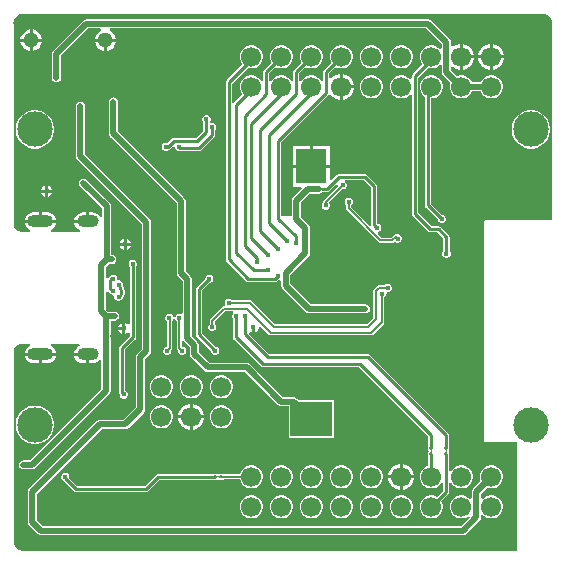
<source format=gbr>
%TF.GenerationSoftware,Altium Limited,Altium Designer Develop,26.0.0 (27)*%
G04 Layer_Physical_Order=4*
G04 Layer_Color=16711680*
%FSLAX45Y45*%
%MOMM*%
%TF.SameCoordinates,D5E2BA32-6F81-40A5-AA13-F30F529DFF44*%
%TF.FilePolarity,Positive*%
%TF.FileFunction,Copper,L4,Bot,Signal*%
%TF.Part,Single*%
G01*
G75*
%TA.AperFunction,Conductor*%
%ADD10C,0.25400*%
%TA.AperFunction,SMDPad,CuDef*%
G04:AMPARAMS|DCode=35|XSize=0.254mm|YSize=0.3556mm|CornerRadius=0.0635mm|HoleSize=0mm|Usage=FLASHONLY|Rotation=270.000|XOffset=0mm|YOffset=0mm|HoleType=Round|Shape=RoundedRectangle|*
%AMROUNDEDRECTD35*
21,1,0.25400,0.22860,0,0,270.0*
21,1,0.12700,0.35560,0,0,270.0*
1,1,0.12700,-0.11430,-0.06350*
1,1,0.12700,-0.11430,0.06350*
1,1,0.12700,0.11430,0.06350*
1,1,0.12700,0.11430,-0.06350*
%
%ADD35ROUNDEDRECTD35*%
G04:AMPARAMS|DCode=39|XSize=0.254mm|YSize=0.3556mm|CornerRadius=0.0635mm|HoleSize=0mm|Usage=FLASHONLY|Rotation=180.000|XOffset=0mm|YOffset=0mm|HoleType=Round|Shape=RoundedRectangle|*
%AMROUNDEDRECTD39*
21,1,0.25400,0.22860,0,0,180.0*
21,1,0.12700,0.35560,0,0,180.0*
1,1,0.12700,-0.06350,0.11430*
1,1,0.12700,0.06350,0.11430*
1,1,0.12700,0.06350,-0.11430*
1,1,0.12700,-0.06350,-0.11430*
%
%ADD39ROUNDEDRECTD39*%
%TA.AperFunction,Conductor*%
%ADD45C,0.17780*%
%ADD47C,0.50800*%
%ADD50C,0.26721*%
%TA.AperFunction,ComponentPad*%
%ADD52C,3.00000*%
%ADD53C,1.70000*%
%ADD54C,0.45000*%
%ADD55C,1.30000*%
G04:AMPARAMS|DCode=56|XSize=1mm|YSize=1.8mm|CornerRadius=0.5mm|HoleSize=0mm|Usage=FLASHONLY|Rotation=270.000|XOffset=0mm|YOffset=0mm|HoleType=Round|Shape=RoundedRectangle|*
%AMROUNDEDRECTD56*
21,1,1.00000,0.80000,0,0,270.0*
21,1,0.00000,1.80000,0,0,270.0*
1,1,1.00000,-0.40000,0.00000*
1,1,1.00000,-0.40000,0.00000*
1,1,1.00000,0.40000,0.00000*
1,1,1.00000,0.40000,0.00000*
%
%ADD56ROUNDEDRECTD56*%
G04:AMPARAMS|DCode=57|XSize=1mm|YSize=2.2mm|CornerRadius=0.5mm|HoleSize=0mm|Usage=FLASHONLY|Rotation=270.000|XOffset=0mm|YOffset=0mm|HoleType=Round|Shape=RoundedRectangle|*
%AMROUNDEDRECTD57*
21,1,1.00000,1.20000,0,0,270.0*
21,1,0.00000,2.20000,0,0,270.0*
1,1,1.00000,-0.60000,0.00000*
1,1,1.00000,-0.60000,0.00000*
1,1,1.00000,0.60000,0.00000*
1,1,1.00000,0.60000,0.00000*
%
%ADD57ROUNDEDRECTD57*%
%TA.AperFunction,ViaPad*%
%ADD58C,0.45000*%
%ADD59C,0.50000*%
%TA.AperFunction,SMDPad,CuDef*%
%ADD61R,2.60000X3.00000*%
%ADD62R,3.60000X3.00000*%
G36*
X4500000Y4480897D02*
X4507968D01*
X4523596Y4477788D01*
X4538319Y4471690D01*
X4551568Y4462837D01*
X4562837Y4451568D01*
X4571690Y4438320D01*
X4577788Y4423595D01*
X4580897Y4407968D01*
X4580897Y4400000D01*
X4580895Y2731546D01*
X4013200D01*
X4003480Y2727520D01*
X3999454Y2717800D01*
Y1612900D01*
X4000143Y1611235D01*
Y863600D01*
X4004170Y853880D01*
X4013890Y849854D01*
X4278854D01*
Y-65298D01*
X100000Y-65297D01*
X92108D01*
X76622Y-62247D01*
X62018Y-56260D01*
X48844Y-47564D01*
X37601Y-36487D01*
X28711Y-23444D01*
X22509Y-8931D01*
X19229Y6509D01*
X19114Y14247D01*
X19103Y1615079D01*
X19102Y1621739D01*
X21701Y1634801D01*
X26799Y1647109D01*
X34198Y1658183D01*
X38907Y1662893D01*
X38908Y1662893D01*
X43616Y1667601D01*
X54692Y1675001D01*
X66997Y1680099D01*
X80061Y1682697D01*
X86721Y1682697D01*
X156072D01*
X159103Y1667457D01*
X148975Y1663262D01*
X133224Y1651176D01*
X121138Y1635425D01*
X113541Y1617084D01*
X112621Y1610100D01*
X247000D01*
X381379D01*
X380459Y1617084D01*
X372862Y1635425D01*
X360776Y1651176D01*
X345025Y1663262D01*
X334897Y1667457D01*
X337928Y1682697D01*
X576072D01*
X579103Y1667457D01*
X568975Y1663262D01*
X553224Y1651176D01*
X541138Y1635425D01*
X533541Y1617084D01*
X532621Y1610100D01*
X647000D01*
Y1597400D01*
X659700D01*
Y1521350D01*
X687000D01*
X706683Y1523941D01*
X725025Y1531538D01*
X740776Y1543624D01*
X747714Y1552666D01*
X762954Y1547492D01*
Y1300491D01*
X161709Y699247D01*
X101600D01*
X86734Y696289D01*
X74131Y687869D01*
X65711Y675266D01*
X62753Y660400D01*
X65711Y645534D01*
X74131Y632931D01*
X86734Y624511D01*
X101600Y621553D01*
X177800D01*
X192666Y624511D01*
X205269Y632931D01*
X829269Y1256931D01*
X837689Y1269534D01*
X840647Y1284400D01*
Y1862418D01*
Y1880554D01*
X874600D01*
X889466Y1883511D01*
X902069Y1891931D01*
X910489Y1904534D01*
X913446Y1919400D01*
X910489Y1934266D01*
X902069Y1946869D01*
X889466Y1955289D01*
X874600Y1958247D01*
X817891D01*
X800847Y1975291D01*
Y2125826D01*
X803542Y2127872D01*
X824185Y2124410D01*
X826563Y2120851D01*
X832776Y2116699D01*
X834306Y2113006D01*
X844208Y2103104D01*
X857145Y2097745D01*
X860396D01*
X872409Y2090929D01*
X873753Y2083665D01*
Y2076163D01*
X879112Y2063226D01*
X889014Y2053324D01*
X901951Y2047965D01*
X915954D01*
X928892Y2053324D01*
X938794Y2063226D01*
X940960Y2068455D01*
X944649Y2070920D01*
X955592Y2087298D01*
X959434Y2106616D01*
X958975D01*
Y2134280D01*
X959321D01*
X955910Y2160184D01*
X945947Y2184238D01*
Y2193246D01*
X940588Y2206183D01*
X930686Y2216085D01*
X917749Y2221444D01*
X912498D01*
X901912Y2226664D01*
X898800Y2235524D01*
Y2242202D01*
X893441Y2255139D01*
X883539Y2265041D01*
X870602Y2270400D01*
X856598D01*
X843661Y2265041D01*
X833759Y2255139D01*
X831833Y2250490D01*
X826410Y2246866D01*
X824190Y2243544D01*
X803605Y2240168D01*
X800847Y2242294D01*
Y2338428D01*
X823872Y2361453D01*
X850900D01*
X865766Y2364411D01*
X878369Y2372831D01*
X886789Y2385434D01*
X889747Y2400300D01*
X886789Y2415166D01*
X878369Y2427769D01*
X865766Y2436189D01*
X850900Y2439147D01*
X846628D01*
Y2849819D01*
X843671Y2864685D01*
X835250Y2877287D01*
X637069Y3075469D01*
X624466Y3083889D01*
X609600Y3086847D01*
X594734Y3083889D01*
X582131Y3075469D01*
X573711Y3062866D01*
X570753Y3048000D01*
X573711Y3033134D01*
X582131Y3020531D01*
X768935Y2833728D01*
Y2760446D01*
X753695Y2757414D01*
X752862Y2759425D01*
X740776Y2775176D01*
X725025Y2787262D01*
X706683Y2794859D01*
X687000Y2797451D01*
X659700D01*
Y2721400D01*
X647000D01*
Y2708700D01*
X532621D01*
X533541Y2701716D01*
X541138Y2683375D01*
X553224Y2667624D01*
X568975Y2655538D01*
X581041Y2650540D01*
X578010Y2635300D01*
X335991D01*
X332959Y2650540D01*
X345025Y2655538D01*
X360776Y2667624D01*
X372862Y2683375D01*
X380459Y2701716D01*
X381379Y2708699D01*
X247000D01*
X112621D01*
X113541Y2701716D01*
X121138Y2683375D01*
X133224Y2667624D01*
X148975Y2655538D01*
X161041Y2650540D01*
X158009Y2635300D01*
X80066D01*
X67001Y2637899D01*
X54694Y2642996D01*
X43616Y2650398D01*
X38907Y2655107D01*
X34426Y2659589D01*
X27283Y2670063D01*
X22212Y2681683D01*
X19376Y2694094D01*
X19103Y2700441D01*
X19102Y4389966D01*
X19007Y4390446D01*
X19079Y4390931D01*
X18679Y4399391D01*
X21194Y4416144D01*
X26928Y4432086D01*
X35661Y4446601D01*
X47059Y4459136D01*
X60682Y4469205D01*
X76007Y4476425D01*
X92447Y4480516D01*
X100482Y4480897D01*
X4500000Y4480897D01*
D02*
G37*
%LPC*%
G36*
X180301Y4346586D02*
Y4269100D01*
X257786D01*
X251839Y4291293D01*
X239938Y4311907D01*
X223107Y4328738D01*
X202493Y4340639D01*
X180301Y4346586D01*
D02*
G37*
G36*
X154901Y4346586D02*
X132707Y4340639D01*
X112093Y4328738D01*
X95262Y4311907D01*
X83361Y4291293D01*
X77414Y4269100D01*
X154901D01*
Y4346586D01*
D02*
G37*
G36*
X3530600Y4433047D02*
X635000D01*
X620134Y4430089D01*
X607531Y4421669D01*
X353531Y4167669D01*
X345111Y4155066D01*
X342153Y4140200D01*
Y3937000D01*
X345111Y3922134D01*
X353531Y3909531D01*
X366134Y3901111D01*
X381000Y3898153D01*
X395866Y3901111D01*
X408469Y3909531D01*
X416889Y3922134D01*
X419847Y3937000D01*
Y4124109D01*
X651091Y4355353D01*
X755261D01*
X762253Y4341563D01*
X761796Y4340113D01*
X742093Y4328738D01*
X725262Y4311907D01*
X713361Y4291293D01*
X707414Y4269100D01*
X797599D01*
X887786D01*
X881839Y4291293D01*
X869938Y4311907D01*
X853107Y4328738D01*
X833404Y4340113D01*
X832947Y4341563D01*
X839939Y4355353D01*
X3514509D01*
X3644153Y4225709D01*
Y4186368D01*
X3628913Y4180055D01*
X3615989Y4192979D01*
X3593711Y4205842D01*
X3568862Y4212500D01*
X3543138D01*
X3518289Y4205842D01*
X3496011Y4192979D01*
X3477821Y4174789D01*
X3464958Y4152511D01*
X3458300Y4127662D01*
Y4101938D01*
X3464958Y4077089D01*
X3477821Y4054811D01*
X3481303Y4051328D01*
X3397988Y3968012D01*
X3392374Y3959611D01*
X3390402Y3949700D01*
Y3932119D01*
X3375162Y3925806D01*
X3361989Y3938979D01*
X3339711Y3951842D01*
X3314862Y3958500D01*
X3289138D01*
X3264289Y3951842D01*
X3242011Y3938979D01*
X3223821Y3920789D01*
X3210958Y3898511D01*
X3204300Y3873662D01*
Y3847938D01*
X3210958Y3823089D01*
X3223821Y3800811D01*
X3242011Y3782621D01*
X3264289Y3769758D01*
X3289138Y3763100D01*
X3314862D01*
X3339711Y3769758D01*
X3361989Y3782621D01*
X3375162Y3795794D01*
X3390402Y3789481D01*
Y2983159D01*
Y2786562D01*
X3392374Y2776651D01*
X3397988Y2768249D01*
X3530249Y2635988D01*
X3538651Y2630374D01*
X3548562Y2628402D01*
X3606801D01*
X3658921Y2576282D01*
Y2471528D01*
X3654978Y2467585D01*
X3649619Y2454648D01*
Y2440644D01*
X3654978Y2427707D01*
X3664880Y2417805D01*
X3677817Y2412446D01*
X3691820D01*
X3704758Y2417805D01*
X3714660Y2427707D01*
X3720018Y2440644D01*
Y2454648D01*
X3714660Y2467585D01*
X3710716Y2471528D01*
Y2587009D01*
X3708745Y2596920D01*
X3703131Y2605322D01*
X3635840Y2672612D01*
X3627439Y2678226D01*
X3617528Y2680198D01*
X3559289D01*
X3442198Y2797289D01*
Y2983159D01*
Y3938973D01*
X3525146Y4021921D01*
X3543138Y4017100D01*
X3568862D01*
X3593711Y4023758D01*
X3615989Y4036621D01*
X3628913Y4049545D01*
X3644153Y4043232D01*
Y3987800D01*
X3647111Y3972934D01*
X3655531Y3960331D01*
X3718619Y3897244D01*
X3712300Y3873662D01*
Y3847938D01*
X3718958Y3823089D01*
X3731821Y3800811D01*
X3750011Y3782621D01*
X3772289Y3769758D01*
X3797138Y3763100D01*
X3822862D01*
X3847711Y3769758D01*
X3869989Y3782621D01*
X3888179Y3800811D01*
X3900386Y3821953D01*
X3973614D01*
X3985821Y3800811D01*
X4004011Y3782621D01*
X4026289Y3769758D01*
X4051138Y3763100D01*
X4076862D01*
X4101711Y3769758D01*
X4123989Y3782621D01*
X4142179Y3800811D01*
X4155042Y3823089D01*
X4161700Y3847938D01*
Y3873662D01*
X4155042Y3898511D01*
X4142179Y3920789D01*
X4123989Y3938979D01*
X4101711Y3951842D01*
X4076862Y3958500D01*
X4051138D01*
X4026289Y3951842D01*
X4004011Y3938979D01*
X3985821Y3920789D01*
X3973614Y3899647D01*
X3900386D01*
X3888179Y3920789D01*
X3869989Y3938979D01*
X3847711Y3951842D01*
X3822862Y3958500D01*
X3797138D01*
X3773556Y3952181D01*
X3721847Y4003891D01*
Y4026912D01*
X3735926Y4032744D01*
X3742213Y4026458D01*
X3767387Y4011924D01*
X3795466Y4004400D01*
X3797300D01*
Y4114800D01*
Y4225200D01*
X3795466D01*
X3767387Y4217676D01*
X3742213Y4203142D01*
X3735926Y4196856D01*
X3721847Y4202688D01*
Y4241800D01*
X3718889Y4256666D01*
X3710469Y4269269D01*
X3558069Y4421669D01*
X3545466Y4430089D01*
X3530600Y4433047D01*
D02*
G37*
G36*
X257786Y4243700D02*
X180301D01*
Y4166214D01*
X202493Y4172161D01*
X223107Y4184062D01*
X239938Y4200893D01*
X251839Y4221507D01*
X257786Y4243700D01*
D02*
G37*
G36*
X784899D02*
X707414D01*
X713361Y4221507D01*
X725262Y4200893D01*
X742093Y4184062D01*
X762707Y4172161D01*
X784899Y4166214D01*
Y4243700D01*
D02*
G37*
G36*
X887786D02*
X810299D01*
Y4166214D01*
X832493Y4172161D01*
X853107Y4184062D01*
X869938Y4200893D01*
X881839Y4221507D01*
X887786Y4243700D01*
D02*
G37*
G36*
X154901D02*
X77414D01*
X83361Y4221507D01*
X95262Y4200893D01*
X112093Y4184062D01*
X132707Y4172161D01*
X154901Y4166214D01*
Y4243700D01*
D02*
G37*
G36*
X4078534Y4225200D02*
X4076700D01*
Y4127500D01*
X4174400D01*
Y4129334D01*
X4166876Y4157413D01*
X4152342Y4182587D01*
X4131787Y4203142D01*
X4106613Y4217676D01*
X4078534Y4225200D01*
D02*
G37*
G36*
X3824534D02*
X3822700D01*
Y4127500D01*
X3920400D01*
Y4129334D01*
X3912876Y4157413D01*
X3898342Y4182587D01*
X3877787Y4203142D01*
X3852613Y4217676D01*
X3824534Y4225200D01*
D02*
G37*
G36*
X4051300D02*
X4049466D01*
X4021387Y4217676D01*
X3996213Y4203142D01*
X3975658Y4182587D01*
X3961124Y4157413D01*
X3953600Y4129334D01*
Y4127500D01*
X4051300D01*
Y4225200D01*
D02*
G37*
G36*
X3314862Y4212500D02*
X3289138D01*
X3264289Y4205842D01*
X3242011Y4192979D01*
X3223821Y4174789D01*
X3210958Y4152511D01*
X3204300Y4127662D01*
Y4101938D01*
X3210958Y4077089D01*
X3223821Y4054811D01*
X3242011Y4036621D01*
X3264289Y4023758D01*
X3289138Y4017100D01*
X3314862D01*
X3339711Y4023758D01*
X3361989Y4036621D01*
X3380179Y4054811D01*
X3393042Y4077089D01*
X3399700Y4101938D01*
Y4127662D01*
X3393042Y4152511D01*
X3380179Y4174789D01*
X3361989Y4192979D01*
X3339711Y4205842D01*
X3314862Y4212500D01*
D02*
G37*
G36*
X3060862D02*
X3035138D01*
X3010289Y4205842D01*
X2988011Y4192979D01*
X2969821Y4174789D01*
X2956958Y4152511D01*
X2950300Y4127662D01*
Y4101938D01*
X2956958Y4077089D01*
X2969821Y4054811D01*
X2988011Y4036621D01*
X3010289Y4023758D01*
X3035138Y4017100D01*
X3060862D01*
X3085711Y4023758D01*
X3107989Y4036621D01*
X3126179Y4054811D01*
X3139042Y4077089D01*
X3145700Y4101938D01*
Y4127662D01*
X3139042Y4152511D01*
X3126179Y4174789D01*
X3107989Y4192979D01*
X3085711Y4205842D01*
X3060862Y4212500D01*
D02*
G37*
G36*
X2806862D02*
X2781138D01*
X2756289Y4205842D01*
X2734011Y4192979D01*
X2715821Y4174789D01*
X2702958Y4152511D01*
X2696300Y4127662D01*
Y4101938D01*
X2702958Y4077089D01*
X2709073Y4066498D01*
X2648688Y4006112D01*
X2643074Y3997711D01*
X2641102Y3987800D01*
Y3911565D01*
X2625862Y3907482D01*
X2618179Y3920789D01*
X2599989Y3938979D01*
X2577711Y3951842D01*
X2552862Y3958500D01*
X2527138D01*
X2502289Y3951842D01*
X2480011Y3938979D01*
X2461821Y3920789D01*
X2454138Y3907482D01*
X2438898Y3911565D01*
Y3977073D01*
X2491698Y4029873D01*
X2502289Y4023758D01*
X2527138Y4017100D01*
X2552862D01*
X2577711Y4023758D01*
X2599989Y4036621D01*
X2618179Y4054811D01*
X2631042Y4077089D01*
X2637700Y4101938D01*
Y4127662D01*
X2631042Y4152511D01*
X2618179Y4174789D01*
X2599989Y4192979D01*
X2577711Y4205842D01*
X2552862Y4212500D01*
X2527138D01*
X2502289Y4205842D01*
X2480011Y4192979D01*
X2461821Y4174789D01*
X2448958Y4152511D01*
X2442300Y4127662D01*
Y4101938D01*
X2448958Y4077089D01*
X2455073Y4066498D01*
X2394688Y4006112D01*
X2389074Y3997711D01*
X2387102Y3987800D01*
Y3911565D01*
X2371862Y3907482D01*
X2364179Y3920789D01*
X2345989Y3938979D01*
X2323711Y3951842D01*
X2298862Y3958500D01*
X2273138D01*
X2248289Y3951842D01*
X2226011Y3938979D01*
X2207821Y3920789D01*
X2200138Y3907482D01*
X2184898Y3911565D01*
Y3977073D01*
X2237698Y4029873D01*
X2248289Y4023758D01*
X2273138Y4017100D01*
X2298862D01*
X2323711Y4023758D01*
X2345989Y4036621D01*
X2364179Y4054811D01*
X2377042Y4077089D01*
X2383700Y4101938D01*
Y4127662D01*
X2377042Y4152511D01*
X2364179Y4174789D01*
X2345989Y4192979D01*
X2323711Y4205842D01*
X2298862Y4212500D01*
X2273138D01*
X2248289Y4205842D01*
X2226011Y4192979D01*
X2207821Y4174789D01*
X2194958Y4152511D01*
X2188300Y4127662D01*
Y4101938D01*
X2194958Y4077089D01*
X2201073Y4066498D01*
X2140688Y4006112D01*
X2135074Y3997711D01*
X2133102Y3987800D01*
Y3911565D01*
X2117862Y3907482D01*
X2110179Y3920789D01*
X2091989Y3938979D01*
X2069711Y3951842D01*
X2044862Y3958500D01*
X2019138D01*
X1994289Y3951842D01*
X1972011Y3938979D01*
X1953821Y3920789D01*
X1940958Y3898511D01*
X1934300Y3873662D01*
Y3847938D01*
X1940958Y3823089D01*
X1953821Y3800811D01*
X1957303Y3797328D01*
X1886688Y3726712D01*
X1882638Y3720651D01*
X1872500Y3721367D01*
X1867398Y3723186D01*
Y3888173D01*
X2001146Y4021921D01*
X2019138Y4017100D01*
X2044862D01*
X2069711Y4023758D01*
X2091989Y4036621D01*
X2110179Y4054811D01*
X2123042Y4077089D01*
X2129700Y4101938D01*
Y4127662D01*
X2123042Y4152511D01*
X2110179Y4174789D01*
X2091989Y4192979D01*
X2069711Y4205842D01*
X2044862Y4212500D01*
X2019138D01*
X1994289Y4205842D01*
X1972011Y4192979D01*
X1953821Y4174789D01*
X1940958Y4152511D01*
X1934300Y4127662D01*
Y4101938D01*
X1940958Y4077089D01*
X1953821Y4054811D01*
X1957303Y4051328D01*
X1823188Y3917212D01*
X1817574Y3908811D01*
X1815602Y3898900D01*
Y2400300D01*
X1817574Y2390389D01*
X1823188Y2381988D01*
X1988288Y2216888D01*
X1996689Y2211274D01*
X2006600Y2209302D01*
X2235200D01*
X2245111Y2211274D01*
X2253512Y2216888D01*
X2262025Y2225400D01*
X2267602D01*
X2270013Y2226399D01*
X2285253Y2216216D01*
Y2171700D01*
X2288211Y2156834D01*
X2296631Y2144231D01*
X2304983Y2138651D01*
X2489903Y1953731D01*
X2502505Y1945311D01*
X2517371Y1942353D01*
X2997200D01*
X3012066Y1945311D01*
X3024669Y1953731D01*
X3033089Y1966334D01*
X3036047Y1981200D01*
X3033089Y1996066D01*
X3024669Y2008669D01*
X3012066Y2017089D01*
X2997200Y2020047D01*
X2533462D01*
X2362947Y2190562D01*
Y2269909D01*
X2516669Y2423631D01*
X2525089Y2436234D01*
X2528047Y2451100D01*
Y2667000D01*
X2525089Y2681866D01*
X2516669Y2694469D01*
X2451847Y2759291D01*
Y2881860D01*
X2525400Y2955413D01*
X2607987D01*
X2622853Y2958371D01*
X2635455Y2966791D01*
X2636505Y2968362D01*
X2672063D01*
X2681973Y2970334D01*
X2690375Y2975948D01*
X2755485Y3041057D01*
X2769535Y3033555D01*
X2770052Y3022163D01*
X2647088Y2899199D01*
X2642317Y2892058D01*
X2640844Y2884655D01*
X2632813Y2876624D01*
X2627454Y2863687D01*
Y2849683D01*
X2632813Y2836746D01*
X2642715Y2826844D01*
X2655652Y2821485D01*
X2669656D01*
X2682593Y2826844D01*
X2692495Y2836746D01*
X2697854Y2849683D01*
Y2863687D01*
X2692495Y2876624D01*
X2689635Y2879484D01*
X2802631Y2992480D01*
X2813702D01*
X2826639Y2997839D01*
X2836541Y3007741D01*
X2841900Y3020678D01*
Y3034682D01*
X2836541Y3047619D01*
X2826639Y3057521D01*
X2826298Y3057662D01*
X2829329Y3072902D01*
X2986473D01*
X3047502Y3011873D01*
Y2693580D01*
X3044792Y2691260D01*
X3033164Y2686366D01*
X2878552Y2840978D01*
Y2859425D01*
X2886789Y2867662D01*
X2892148Y2880599D01*
Y2894603D01*
X2886789Y2907540D01*
X2876887Y2917442D01*
X2863950Y2922801D01*
X2849947D01*
X2837009Y2917442D01*
X2827107Y2907540D01*
X2821748Y2894603D01*
Y2880599D01*
X2827107Y2867662D01*
X2834526Y2860243D01*
Y2831860D01*
X2836202Y2823436D01*
X2840974Y2816294D01*
X3110333Y2546935D01*
X3117475Y2542163D01*
X3125899Y2540487D01*
X3224212D01*
X3232636Y2542163D01*
X3239778Y2546935D01*
X3245071Y2552229D01*
X3251581Y2545719D01*
X3264518Y2540360D01*
X3278522D01*
X3291459Y2545719D01*
X3301361Y2555621D01*
X3306720Y2568558D01*
Y2582562D01*
X3301361Y2595499D01*
X3291459Y2605401D01*
X3278522Y2610760D01*
X3266941D01*
X3263115Y2613316D01*
X3254691Y2614992D01*
X3246267Y2613316D01*
X3239126Y2608544D01*
X3215094Y2584513D01*
X3135017D01*
X3102970Y2616560D01*
X3104244Y2623415D01*
X3108263Y2632820D01*
X3118739Y2637159D01*
X3128641Y2647061D01*
X3134000Y2659998D01*
Y2674002D01*
X3128641Y2686939D01*
X3118739Y2696841D01*
X3105802Y2702200D01*
X3100225D01*
X3099298Y2703127D01*
Y3022600D01*
X3097326Y3032511D01*
X3091712Y3040912D01*
X3015512Y3117112D01*
X3007111Y3122726D01*
X2997200Y3124698D01*
X2776603D01*
X2766692Y3122726D01*
X2758290Y3117112D01*
X2709480Y3068302D01*
X2695400Y3074134D01*
Y3174100D01*
X2540000D01*
X2384600D01*
Y3011400D01*
X2451601D01*
X2457433Y2997320D01*
X2385531Y2925419D01*
X2377111Y2912816D01*
X2374153Y2897950D01*
Y2767674D01*
X2286498D01*
Y3392873D01*
X2685312Y3791688D01*
X2687197Y3794508D01*
X2703827Y3795287D01*
X2704487Y3795041D01*
X2705658Y3793013D01*
X2726213Y3772458D01*
X2751387Y3757924D01*
X2779466Y3750400D01*
X2781300D01*
Y3860800D01*
Y3971200D01*
X2779466D01*
X2751387Y3963676D01*
X2726213Y3949142D01*
X2708138Y3931067D01*
X2692898Y3934574D01*
Y3977073D01*
X2745698Y4029873D01*
X2756289Y4023758D01*
X2781138Y4017100D01*
X2806862D01*
X2831711Y4023758D01*
X2853989Y4036621D01*
X2872179Y4054811D01*
X2885042Y4077089D01*
X2891700Y4101938D01*
Y4127662D01*
X2885042Y4152511D01*
X2872179Y4174789D01*
X2853989Y4192979D01*
X2831711Y4205842D01*
X2806862Y4212500D01*
D02*
G37*
G36*
X4174400Y4102100D02*
X4076700D01*
Y4004400D01*
X4078534D01*
X4106613Y4011924D01*
X4131787Y4026458D01*
X4152342Y4047013D01*
X4166876Y4072187D01*
X4174400Y4100266D01*
Y4102100D01*
D02*
G37*
G36*
X4051300D02*
X3953600D01*
Y4100266D01*
X3961124Y4072187D01*
X3975658Y4047013D01*
X3996213Y4026458D01*
X4021387Y4011924D01*
X4049466Y4004400D01*
X4051300D01*
Y4102100D01*
D02*
G37*
G36*
X3920400D02*
X3822700D01*
Y4004400D01*
X3824534D01*
X3852613Y4011924D01*
X3877787Y4026458D01*
X3898342Y4047013D01*
X3912876Y4072187D01*
X3920400Y4100266D01*
Y4102100D01*
D02*
G37*
G36*
X2808534Y3971200D02*
X2806700D01*
Y3873500D01*
X2904400D01*
Y3875334D01*
X2896876Y3903413D01*
X2882342Y3928587D01*
X2861787Y3949142D01*
X2836613Y3963676D01*
X2808534Y3971200D01*
D02*
G37*
G36*
X3060862Y3958500D02*
X3035138D01*
X3010289Y3951842D01*
X2988011Y3938979D01*
X2969821Y3920789D01*
X2956958Y3898511D01*
X2950300Y3873662D01*
Y3847938D01*
X2956958Y3823089D01*
X2969821Y3800811D01*
X2988011Y3782621D01*
X3010289Y3769758D01*
X3035138Y3763100D01*
X3060862D01*
X3085711Y3769758D01*
X3107989Y3782621D01*
X3126179Y3800811D01*
X3139042Y3823089D01*
X3145700Y3847938D01*
Y3873662D01*
X3139042Y3898511D01*
X3126179Y3920789D01*
X3107989Y3938979D01*
X3085711Y3951842D01*
X3060862Y3958500D01*
D02*
G37*
G36*
X2904400Y3848100D02*
X2806700D01*
Y3750400D01*
X2808534D01*
X2836613Y3757924D01*
X2861787Y3772458D01*
X2882342Y3793013D01*
X2896876Y3818187D01*
X2904400Y3846266D01*
Y3848100D01*
D02*
G37*
G36*
X1658802Y3620429D02*
X1644798D01*
X1631861Y3615070D01*
X1621959Y3605168D01*
X1616600Y3592231D01*
Y3578228D01*
X1621959Y3565290D01*
X1625903Y3561347D01*
Y3488612D01*
X1563888Y3426598D01*
X1374004D01*
X1364093Y3424626D01*
X1355691Y3419012D01*
X1321874Y3385195D01*
X1315102Y3388000D01*
X1301098D01*
X1288161Y3382641D01*
X1278259Y3372739D01*
X1272900Y3359802D01*
Y3345798D01*
X1278259Y3332861D01*
X1288161Y3322959D01*
X1301098Y3317600D01*
X1315102D01*
X1328039Y3322959D01*
X1333442Y3328362D01*
X1336014Y3328874D01*
X1344416Y3334488D01*
X1373120Y3363192D01*
X1375072Y3362721D01*
X1387200Y3355719D01*
Y3345798D01*
X1392559Y3332861D01*
X1402461Y3322959D01*
X1415398Y3317600D01*
X1429402D01*
X1430331Y3317985D01*
X1589677D01*
X1599587Y3319956D01*
X1607989Y3325570D01*
X1719131Y3436712D01*
X1724745Y3445114D01*
X1726716Y3455024D01*
Y3495966D01*
X1730659Y3499910D01*
X1736018Y3512847D01*
Y3526850D01*
X1730659Y3539788D01*
X1720758Y3549690D01*
X1707820Y3555049D01*
X1693817D01*
X1692938Y3554685D01*
X1691459Y3555331D01*
X1684737Y3562150D01*
X1682246Y3566752D01*
X1687000Y3578228D01*
Y3592231D01*
X1681641Y3605168D01*
X1671739Y3615070D01*
X1658802Y3620429D01*
D02*
G37*
G36*
X4416025Y3662700D02*
X4383975D01*
X4352542Y3656448D01*
X4322933Y3644183D01*
X4296285Y3626377D01*
X4273623Y3603715D01*
X4255817Y3577068D01*
X4243553Y3547458D01*
X4237300Y3516025D01*
Y3483976D01*
X4243553Y3452542D01*
X4255817Y3422933D01*
X4273623Y3396285D01*
X4296285Y3373623D01*
X4322933Y3355817D01*
X4352542Y3343553D01*
X4383975Y3337300D01*
X4416025D01*
X4447458Y3343553D01*
X4477067Y3355817D01*
X4503715Y3373623D01*
X4526377Y3396285D01*
X4544183Y3422933D01*
X4556448Y3452542D01*
X4562700Y3483976D01*
Y3516025D01*
X4556448Y3547458D01*
X4544183Y3577068D01*
X4526377Y3603715D01*
X4503715Y3626377D01*
X4477067Y3644183D01*
X4447458Y3656448D01*
X4416025Y3662700D01*
D02*
G37*
G36*
X216025D02*
X183976D01*
X152542Y3656448D01*
X122933Y3644183D01*
X96285Y3626377D01*
X73623Y3603715D01*
X55817Y3577068D01*
X43553Y3547458D01*
X37300Y3516025D01*
Y3483976D01*
X43553Y3452542D01*
X55817Y3422933D01*
X73623Y3396285D01*
X96285Y3373623D01*
X122933Y3355817D01*
X152542Y3343553D01*
X183976Y3337300D01*
X216025D01*
X247458Y3343553D01*
X277068Y3355817D01*
X303715Y3373623D01*
X326377Y3396285D01*
X344183Y3422933D01*
X356448Y3452542D01*
X362700Y3483976D01*
Y3516025D01*
X356448Y3547458D01*
X344183Y3577068D01*
X326377Y3603715D01*
X303715Y3626377D01*
X277068Y3644183D01*
X247458Y3656448D01*
X216025Y3662700D01*
D02*
G37*
G36*
X2695400Y3362200D02*
X2552700D01*
Y3199500D01*
X2695400D01*
Y3362200D01*
D02*
G37*
G36*
X2527300D02*
X2384600D01*
Y3199500D01*
X2527300D01*
Y3362200D01*
D02*
G37*
G36*
X312420Y3023466D02*
Y2989580D01*
X346306D01*
X340327Y3004013D01*
X326853Y3017487D01*
X312420Y3023466D01*
D02*
G37*
G36*
X287020D02*
X272587Y3017487D01*
X259113Y3004013D01*
X253134Y2989580D01*
X287020D01*
Y3023466D01*
D02*
G37*
G36*
X346306Y2964180D02*
X312420D01*
Y2930294D01*
X326853Y2936273D01*
X340327Y2949747D01*
X346306Y2964180D01*
D02*
G37*
G36*
X287020D02*
X253134D01*
X259113Y2949747D01*
X272587Y2936273D01*
X287020Y2930294D01*
Y2964180D01*
D02*
G37*
G36*
X634300Y2797451D02*
X607000D01*
X587317Y2794859D01*
X568975Y2787262D01*
X553224Y2775176D01*
X541138Y2759425D01*
X533541Y2741083D01*
X532621Y2734100D01*
X634300D01*
Y2797451D01*
D02*
G37*
G36*
X307000D02*
X259700D01*
Y2734099D01*
X381379D01*
X380459Y2741083D01*
X372862Y2759425D01*
X360776Y2775176D01*
X345025Y2787262D01*
X326684Y2794859D01*
X307000Y2797451D01*
D02*
G37*
G36*
X234300D02*
X187000D01*
X167316Y2794859D01*
X148975Y2787262D01*
X133224Y2775176D01*
X121138Y2759425D01*
X113541Y2741083D01*
X112621Y2734099D01*
X234300D01*
Y2797451D01*
D02*
G37*
G36*
X3568862Y3958500D02*
X3543138D01*
X3518289Y3951842D01*
X3496011Y3938979D01*
X3477821Y3920789D01*
X3464958Y3898511D01*
X3458300Y3873662D01*
Y3847938D01*
X3464958Y3823089D01*
X3477821Y3800811D01*
X3496011Y3782621D01*
X3504702Y3777603D01*
Y2857500D01*
X3506674Y2847589D01*
X3512288Y2839188D01*
X3609700Y2741775D01*
Y2736198D01*
X3615059Y2723261D01*
X3624961Y2713359D01*
X3637898Y2708000D01*
X3651902D01*
X3664839Y2713359D01*
X3674741Y2723261D01*
X3680100Y2736198D01*
Y2750202D01*
X3674741Y2763139D01*
X3664839Y2773041D01*
X3651902Y2778400D01*
X3646325D01*
X3556498Y2868227D01*
Y3763100D01*
X3568862D01*
X3593711Y3769758D01*
X3615989Y3782621D01*
X3634179Y3800811D01*
X3647042Y3823089D01*
X3653700Y3847938D01*
Y3873662D01*
X3647042Y3898511D01*
X3634179Y3920789D01*
X3615989Y3938979D01*
X3593711Y3951842D01*
X3568862Y3958500D01*
D02*
G37*
G36*
X977000Y2576658D02*
Y2542772D01*
X1010886D01*
X1004908Y2557205D01*
X991433Y2570679D01*
X977000Y2576658D01*
D02*
G37*
G36*
X951600D02*
X937167Y2570679D01*
X923693Y2557205D01*
X917714Y2542772D01*
X951600D01*
Y2576658D01*
D02*
G37*
G36*
X1010886Y2517372D02*
X977000D01*
Y2483486D01*
X991433Y2489464D01*
X1004908Y2502939D01*
X1010886Y2517372D01*
D02*
G37*
G36*
X951600D02*
X917714D01*
X923693Y2502939D01*
X937167Y2489464D01*
X951600Y2483486D01*
Y2517372D01*
D02*
G37*
G36*
X863600Y3772647D02*
X848734Y3769689D01*
X836131Y3761269D01*
X827711Y3748666D01*
X824753Y3733800D01*
Y3467100D01*
X827711Y3452234D01*
X836131Y3439632D01*
X1399153Y2876610D01*
Y2286299D01*
X1402110Y2271433D01*
X1410531Y2258830D01*
X1449953Y2219408D01*
Y1947139D01*
X1434713Y1938000D01*
X1429402Y1940200D01*
X1415398D01*
X1402461Y1934841D01*
X1392559Y1924939D01*
X1388580Y1915332D01*
X1373120D01*
X1369141Y1924939D01*
X1359239Y1934841D01*
X1346302Y1940200D01*
X1332298D01*
X1319361Y1934841D01*
X1309459Y1924939D01*
X1304100Y1912002D01*
Y1897998D01*
X1309459Y1885061D01*
X1319361Y1875159D01*
X1320737Y1874589D01*
Y1660800D01*
X1313798D01*
X1300861Y1655441D01*
X1290959Y1645539D01*
X1285600Y1632602D01*
Y1618598D01*
X1290959Y1605661D01*
X1300861Y1595759D01*
X1313798Y1590400D01*
X1327802D01*
X1340739Y1595759D01*
X1350641Y1605661D01*
X1356000Y1618598D01*
Y1629669D01*
X1358316Y1631985D01*
X1363087Y1639126D01*
X1364763Y1647550D01*
Y1880683D01*
X1369141Y1885061D01*
X1373120Y1894668D01*
X1388580D01*
X1392559Y1885061D01*
X1400387Y1877233D01*
Y1651000D01*
X1402063Y1642576D01*
X1406835Y1635435D01*
X1412600Y1629669D01*
Y1618598D01*
X1417959Y1605661D01*
X1427861Y1595759D01*
X1440798Y1590400D01*
X1454802D01*
X1467739Y1595759D01*
X1477641Y1605661D01*
X1483000Y1618598D01*
Y1632602D01*
X1477641Y1645539D01*
X1467739Y1655441D01*
X1454802Y1660800D01*
X1444413D01*
Y1707420D01*
X1459653Y1712043D01*
X1461331Y1709532D01*
X1509958Y1660905D01*
Y1600795D01*
X1512915Y1585930D01*
X1521336Y1573327D01*
X1636231Y1458431D01*
X1648834Y1450011D01*
X1663700Y1447053D01*
X1977809D01*
X2258531Y1166331D01*
X2271134Y1157911D01*
X2286000Y1154953D01*
X2347300D01*
Y884100D01*
X2732700D01*
Y1209500D01*
X2432237D01*
X2420469Y1221269D01*
X2407866Y1229689D01*
X2393000Y1232647D01*
X2302091D01*
X2021369Y1513369D01*
X2008766Y1521789D01*
X1993900Y1524747D01*
X1679791D01*
X1587651Y1616886D01*
Y1676995D01*
X1584694Y1691861D01*
X1576273Y1704464D01*
X1527646Y1753091D01*
Y2235499D01*
X1524689Y2250365D01*
X1516268Y2262967D01*
X1476846Y2302389D01*
Y2892700D01*
X1473889Y2907566D01*
X1465468Y2920169D01*
X902447Y3483191D01*
Y3733800D01*
X899489Y3748666D01*
X891069Y3761269D01*
X878466Y3769689D01*
X863600Y3772647D01*
D02*
G37*
G36*
X3194702Y2194200D02*
X3180698D01*
X3167761Y2188841D01*
X3159933Y2181013D01*
X3111500D01*
X3103076Y2179337D01*
X3095934Y2174565D01*
X3070535Y2149165D01*
X3065763Y2142024D01*
X3064087Y2133600D01*
Y1901418D01*
X3013482Y1850813D01*
X2231618D01*
X2034865Y2047565D01*
X2027724Y2052337D01*
X2019300Y2054013D01*
X1869267D01*
X1861439Y2061841D01*
X1848502Y2067200D01*
X1834498D01*
X1821561Y2061841D01*
X1811659Y2051939D01*
X1806300Y2039002D01*
Y2024998D01*
X1809011Y2018453D01*
X1806016Y2010318D01*
X1801726Y2003764D01*
X1800336Y2002604D01*
X1794976Y2001537D01*
X1787834Y1996765D01*
X1686235Y1895165D01*
X1681463Y1888024D01*
X1679787Y1879600D01*
Y1856567D01*
X1671959Y1848739D01*
X1666600Y1835802D01*
Y1821798D01*
X1671959Y1808861D01*
X1681861Y1798959D01*
X1694798Y1793600D01*
X1708802D01*
X1721739Y1798959D01*
X1731641Y1808861D01*
X1737000Y1821798D01*
Y1835802D01*
X1731641Y1848739D01*
X1724750Y1855630D01*
Y1871419D01*
X1812518Y1959187D01*
X1876385D01*
X1881467Y1943947D01*
X1875159Y1937639D01*
X1869800Y1924702D01*
Y1910698D01*
X1875159Y1897761D01*
X1879102Y1893818D01*
Y1739900D01*
X1881074Y1729989D01*
X1886688Y1721588D01*
X2111352Y1496923D01*
X2119754Y1491309D01*
X2129665Y1489338D01*
X2944437D01*
X3530102Y903673D01*
Y800100D01*
X3530227Y799474D01*
Y788670D01*
X3531705Y781237D01*
X3535916Y774936D01*
Y774464D01*
X3531705Y768163D01*
X3530227Y760730D01*
Y749926D01*
X3530102Y749300D01*
Y653007D01*
X3518289Y649842D01*
X3496011Y636979D01*
X3477821Y618789D01*
X3464958Y596511D01*
X3458300Y571662D01*
Y545938D01*
X3464958Y521089D01*
X3477821Y498811D01*
X3496011Y480621D01*
X3518289Y467758D01*
X3543138Y461100D01*
X3568862D01*
X3593711Y467758D01*
X3615989Y480621D01*
X3634179Y498811D01*
X3641862Y512118D01*
X3657102Y508035D01*
Y442527D01*
X3604302Y389727D01*
X3593711Y395842D01*
X3568862Y402500D01*
X3543138D01*
X3518289Y395842D01*
X3496011Y382979D01*
X3477821Y364789D01*
X3464958Y342511D01*
X3458300Y317662D01*
Y291938D01*
X3464958Y267089D01*
X3477821Y244811D01*
X3496011Y226621D01*
X3518289Y213758D01*
X3543138Y207100D01*
X3568862D01*
X3593711Y213758D01*
X3615989Y226621D01*
X3634179Y244811D01*
X3647042Y267089D01*
X3653700Y291938D01*
Y317662D01*
X3647042Y342511D01*
X3640927Y353102D01*
X3701312Y413488D01*
X3706926Y421889D01*
X3708898Y431800D01*
Y508035D01*
X3724138Y512118D01*
X3731821Y498811D01*
X3750011Y480621D01*
X3772289Y467758D01*
X3797138Y461100D01*
X3822862D01*
X3847711Y467758D01*
X3869989Y480621D01*
X3888179Y498811D01*
X3901042Y521089D01*
X3907700Y545938D01*
Y571662D01*
X3901042Y596511D01*
X3888179Y618789D01*
X3869989Y636979D01*
X3847711Y649842D01*
X3822862Y656500D01*
X3797138D01*
X3772289Y649842D01*
X3750011Y636979D01*
X3731821Y618789D01*
X3724138Y605482D01*
X3708898Y609565D01*
Y749300D01*
X3708773Y749926D01*
Y760730D01*
X3707295Y768163D01*
X3704411Y772478D01*
Y776922D01*
X3707295Y781237D01*
X3708773Y788670D01*
Y799474D01*
X3708898Y800100D01*
Y914400D01*
X3706926Y924311D01*
X3701312Y932712D01*
X3040913Y1593112D01*
X3032511Y1598726D01*
X3022600Y1600697D01*
X2182427D01*
X2014405Y1768719D01*
X2015558Y1775317D01*
X2032560Y1784473D01*
X2036330Y1782912D01*
Y1829497D01*
X2061730D01*
Y1782912D01*
X2076163Y1788890D01*
X2089637Y1802364D01*
X2096930Y1819970D01*
Y1825487D01*
X2112170Y1831799D01*
X2181535Y1762434D01*
X2188676Y1757663D01*
X2197100Y1755987D01*
X3048000D01*
X3056424Y1757663D01*
X3063565Y1762435D01*
X3152466Y1851335D01*
X3157237Y1858476D01*
X3158913Y1866900D01*
Y2080433D01*
X3166741Y2088261D01*
X3172100Y2101198D01*
Y2110866D01*
X3177265Y2118635D01*
X3185034Y2123800D01*
X3194702D01*
X3207639Y2129159D01*
X3217541Y2139061D01*
X3222900Y2151998D01*
Y2166002D01*
X3217541Y2178939D01*
X3207639Y2188841D01*
X3194702Y2194200D01*
D02*
G37*
G36*
X1035702Y2397400D02*
X1021698D01*
X1008761Y2392041D01*
X998859Y2382139D01*
X993500Y2369202D01*
Y2355198D01*
X998859Y2342261D01*
X1002802Y2338318D01*
Y1855091D01*
X987562Y1848778D01*
X979633Y1856707D01*
X965200Y1862686D01*
Y1816100D01*
Y1769514D01*
X979633Y1775493D01*
X987562Y1783422D01*
X1002802Y1777109D01*
Y1750627D01*
X921488Y1669312D01*
X915874Y1660911D01*
X913902Y1651000D01*
Y1270000D01*
X915874Y1260089D01*
X917300Y1257955D01*
Y1250298D01*
X922659Y1237361D01*
X932561Y1227459D01*
X945498Y1222100D01*
X959502D01*
X972439Y1227459D01*
X982341Y1237361D01*
X987700Y1250298D01*
Y1264302D01*
X982341Y1277239D01*
X972439Y1287141D01*
X965698Y1289933D01*
Y1640273D01*
X1047012Y1721588D01*
X1052626Y1729989D01*
X1054598Y1739900D01*
Y2338318D01*
X1058541Y2342261D01*
X1063900Y2355198D01*
Y2369202D01*
X1058541Y2382139D01*
X1048639Y2392041D01*
X1035702Y2397400D01*
D02*
G37*
G36*
X939800Y1862686D02*
X925367Y1856707D01*
X911893Y1843233D01*
X905914Y1828800D01*
X939800D01*
Y1862686D01*
D02*
G37*
G36*
Y1803400D02*
X905914D01*
X911893Y1788967D01*
X925367Y1775493D01*
X939800Y1769514D01*
Y1803400D01*
D02*
G37*
G36*
X1683402Y2270400D02*
X1669398D01*
X1656461Y2265041D01*
X1646559Y2255139D01*
X1641200Y2242202D01*
Y2236625D01*
X1569188Y2164612D01*
X1563574Y2156211D01*
X1561602Y2146300D01*
Y1765300D01*
X1563574Y1755389D01*
X1569188Y1746988D01*
X1692000Y1624175D01*
Y1618598D01*
X1697359Y1605661D01*
X1707261Y1595759D01*
X1720198Y1590400D01*
X1734202D01*
X1747139Y1595759D01*
X1757041Y1605661D01*
X1762400Y1618598D01*
Y1632602D01*
X1757041Y1645539D01*
X1747139Y1655441D01*
X1734202Y1660800D01*
X1728625D01*
X1613398Y1776027D01*
Y2135573D01*
X1677825Y2200000D01*
X1683402D01*
X1696339Y2205359D01*
X1706241Y2215261D01*
X1711600Y2228198D01*
Y2242202D01*
X1706241Y2255139D01*
X1696339Y2265041D01*
X1683402Y2270400D01*
D02*
G37*
G36*
X634300Y1584700D02*
X532621D01*
X533541Y1577717D01*
X541138Y1559375D01*
X553224Y1543624D01*
X568975Y1531538D01*
X587317Y1523941D01*
X607000Y1521350D01*
X634300D01*
Y1584700D01*
D02*
G37*
G36*
X381379Y1584700D02*
X259700D01*
Y1521350D01*
X307000D01*
X326684Y1523941D01*
X345025Y1531538D01*
X360776Y1543624D01*
X372862Y1559375D01*
X380459Y1577717D01*
X381379Y1584700D01*
D02*
G37*
G36*
X234300D02*
X112621D01*
X113541Y1577717D01*
X121138Y1559375D01*
X133224Y1543624D01*
X148975Y1531538D01*
X167316Y1523941D01*
X187000Y1521350D01*
X234300D01*
Y1584700D01*
D02*
G37*
G36*
X1790862Y1418500D02*
X1765138D01*
X1740289Y1411842D01*
X1718011Y1398979D01*
X1699821Y1380789D01*
X1686958Y1358511D01*
X1680300Y1333662D01*
Y1307938D01*
X1686958Y1283089D01*
X1699821Y1260811D01*
X1718011Y1242621D01*
X1740289Y1229758D01*
X1765138Y1223100D01*
X1790862D01*
X1815711Y1229758D01*
X1837989Y1242621D01*
X1856179Y1260811D01*
X1869042Y1283089D01*
X1875700Y1307938D01*
Y1333662D01*
X1869042Y1358511D01*
X1856179Y1380789D01*
X1837989Y1398979D01*
X1815711Y1411842D01*
X1790862Y1418500D01*
D02*
G37*
G36*
X1536862D02*
X1511138D01*
X1486289Y1411842D01*
X1464011Y1398979D01*
X1445821Y1380789D01*
X1432958Y1358511D01*
X1426300Y1333662D01*
Y1307938D01*
X1432958Y1283089D01*
X1445821Y1260811D01*
X1464011Y1242621D01*
X1486289Y1229758D01*
X1511138Y1223100D01*
X1536862D01*
X1561711Y1229758D01*
X1583989Y1242621D01*
X1602179Y1260811D01*
X1615042Y1283089D01*
X1621700Y1307938D01*
Y1333662D01*
X1615042Y1358511D01*
X1602179Y1380789D01*
X1583989Y1398979D01*
X1561711Y1411842D01*
X1536862Y1418500D01*
D02*
G37*
G36*
X1282862D02*
X1257138D01*
X1232289Y1411842D01*
X1210011Y1398979D01*
X1191821Y1380789D01*
X1178958Y1358511D01*
X1172300Y1333662D01*
Y1307938D01*
X1178958Y1283089D01*
X1191821Y1260811D01*
X1210011Y1242621D01*
X1232289Y1229758D01*
X1257138Y1223100D01*
X1282862D01*
X1307711Y1229758D01*
X1329989Y1242621D01*
X1348179Y1260811D01*
X1361042Y1283089D01*
X1367700Y1307938D01*
Y1333662D01*
X1361042Y1358511D01*
X1348179Y1380789D01*
X1329989Y1398979D01*
X1307711Y1411842D01*
X1282862Y1418500D01*
D02*
G37*
G36*
X1538534Y1177200D02*
X1536700D01*
Y1079500D01*
X1634400D01*
Y1081334D01*
X1626876Y1109413D01*
X1612342Y1134587D01*
X1591787Y1155142D01*
X1566613Y1169676D01*
X1538534Y1177200D01*
D02*
G37*
G36*
X1511300D02*
X1509466D01*
X1481387Y1169676D01*
X1456213Y1155142D01*
X1435658Y1134587D01*
X1421124Y1109413D01*
X1413600Y1081334D01*
Y1079500D01*
X1511300D01*
Y1177200D01*
D02*
G37*
G36*
X1790862Y1164500D02*
X1765138D01*
X1740289Y1157842D01*
X1718011Y1144979D01*
X1699821Y1126789D01*
X1686958Y1104511D01*
X1680300Y1079662D01*
Y1053938D01*
X1686958Y1029089D01*
X1699821Y1006811D01*
X1718011Y988621D01*
X1740289Y975758D01*
X1765138Y969100D01*
X1790862D01*
X1815711Y975758D01*
X1837989Y988621D01*
X1856179Y1006811D01*
X1869042Y1029089D01*
X1875700Y1053938D01*
Y1079662D01*
X1869042Y1104511D01*
X1856179Y1126789D01*
X1837989Y1144979D01*
X1815711Y1157842D01*
X1790862Y1164500D01*
D02*
G37*
G36*
X1282862D02*
X1257138D01*
X1232289Y1157842D01*
X1210011Y1144979D01*
X1191821Y1126789D01*
X1178958Y1104511D01*
X1172300Y1079662D01*
Y1053938D01*
X1178958Y1029089D01*
X1191821Y1006811D01*
X1210011Y988621D01*
X1232289Y975758D01*
X1257138Y969100D01*
X1282862D01*
X1307711Y975758D01*
X1329989Y988621D01*
X1348179Y1006811D01*
X1361042Y1029089D01*
X1367700Y1053938D01*
Y1079662D01*
X1361042Y1104511D01*
X1348179Y1126789D01*
X1329989Y1144979D01*
X1307711Y1157842D01*
X1282862Y1164500D01*
D02*
G37*
G36*
X1634400Y1054100D02*
X1536700D01*
Y956400D01*
X1538534D01*
X1566613Y963924D01*
X1591787Y978458D01*
X1612342Y999013D01*
X1626876Y1024187D01*
X1634400Y1052266D01*
Y1054100D01*
D02*
G37*
G36*
X1511300D02*
X1413600D01*
Y1052266D01*
X1421124Y1024187D01*
X1435658Y999013D01*
X1456213Y978458D01*
X1481387Y963924D01*
X1509466Y956400D01*
X1511300D01*
Y1054100D01*
D02*
G37*
G36*
X216025Y1162700D02*
X183976D01*
X152542Y1156448D01*
X122933Y1144183D01*
X96285Y1126377D01*
X73623Y1103715D01*
X55817Y1077067D01*
X43553Y1047458D01*
X37300Y1016025D01*
Y983975D01*
X43553Y952542D01*
X55817Y922933D01*
X73623Y896285D01*
X96285Y873623D01*
X122933Y855817D01*
X152542Y843553D01*
X183976Y837300D01*
X216025D01*
X247458Y843553D01*
X277068Y855817D01*
X303715Y873623D01*
X326377Y896285D01*
X344183Y922933D01*
X356448Y952542D01*
X362700Y983975D01*
Y1016025D01*
X356448Y1047458D01*
X344183Y1077067D01*
X326377Y1103715D01*
X303715Y1126377D01*
X277068Y1144183D01*
X247458Y1156448D01*
X216025Y1162700D01*
D02*
G37*
G36*
X2044862Y656500D02*
X2019138D01*
X1994289Y649842D01*
X1972011Y636979D01*
X1953821Y618789D01*
X1940958Y596511D01*
X1936752Y580813D01*
X1800278D01*
X1796863Y583095D01*
X1789430Y584573D01*
X1766570D01*
X1759137Y583095D01*
X1754822Y580211D01*
X1750378D01*
X1746063Y583095D01*
X1738630Y584573D01*
X1727826D01*
X1727200Y584698D01*
X1244600D01*
X1234689Y582726D01*
X1226288Y577112D01*
X1132273Y483098D01*
X556827D01*
X491148Y548777D01*
X492400Y551798D01*
Y565802D01*
X487041Y578739D01*
X477139Y588641D01*
X464202Y594000D01*
X450198D01*
X437261Y588641D01*
X427359Y578739D01*
X422000Y565802D01*
Y551798D01*
X427359Y538861D01*
X437261Y528959D01*
X438428Y528476D01*
X438888Y527788D01*
X527788Y438888D01*
X536189Y433274D01*
X546100Y431302D01*
X1143000D01*
X1152911Y433274D01*
X1161312Y438888D01*
X1255327Y532902D01*
X1727200D01*
X1727826Y533027D01*
X1738630D01*
X1746063Y534505D01*
X1752364Y538716D01*
X1752836D01*
X1759137Y534505D01*
X1766570Y533027D01*
X1789430D01*
X1796863Y534505D01*
X1800278Y536787D01*
X1936752D01*
X1940958Y521089D01*
X1953821Y498811D01*
X1972011Y480621D01*
X1994289Y467758D01*
X2019138Y461100D01*
X2044862D01*
X2069711Y467758D01*
X2091989Y480621D01*
X2110179Y498811D01*
X2123042Y521089D01*
X2129700Y545938D01*
Y571662D01*
X2123042Y596511D01*
X2110179Y618789D01*
X2091989Y636979D01*
X2069711Y649842D01*
X2044862Y656500D01*
D02*
G37*
G36*
X3316534Y669200D02*
X3314700D01*
Y571500D01*
X3412400D01*
Y573334D01*
X3404876Y601413D01*
X3390342Y626587D01*
X3369787Y647142D01*
X3344613Y661676D01*
X3316534Y669200D01*
D02*
G37*
G36*
X3289300D02*
X3287466D01*
X3259387Y661676D01*
X3234213Y647142D01*
X3213658Y626587D01*
X3199124Y601413D01*
X3191600Y573334D01*
Y571500D01*
X3289300D01*
Y669200D01*
D02*
G37*
G36*
X584200Y3734547D02*
X569334Y3731589D01*
X556731Y3723169D01*
X548311Y3710566D01*
X545353Y3695700D01*
Y3276600D01*
X548311Y3261734D01*
X556731Y3249131D01*
X1039331Y2766531D01*
X1104153Y2701709D01*
Y1905000D01*
Y1641691D01*
X1064731Y1602269D01*
X1056311Y1589666D01*
X1053353Y1574800D01*
Y1146391D01*
X949109Y1042147D01*
X749300D01*
X734434Y1039189D01*
X721831Y1030769D01*
X151423Y460360D01*
X143002Y447758D01*
X140045Y432892D01*
Y176708D01*
X143002Y161842D01*
X151423Y149240D01*
X226531Y74131D01*
X239134Y65711D01*
X254000Y62753D01*
X3822700D01*
X3837566Y65711D01*
X3850169Y74131D01*
X3964469Y188431D01*
X3972889Y201034D01*
X3975847Y215900D01*
Y233232D01*
X3991087Y239545D01*
X4004011Y226621D01*
X4026289Y213758D01*
X4051138Y207100D01*
X4076862D01*
X4101711Y213758D01*
X4123989Y226621D01*
X4142179Y244811D01*
X4155042Y267089D01*
X4161700Y291938D01*
Y317662D01*
X4155042Y342511D01*
X4142179Y364789D01*
X4123989Y382979D01*
X4101711Y395842D01*
X4076862Y402500D01*
X4051138D01*
X4026289Y395842D01*
X4004011Y382979D01*
X3991087Y370055D01*
X3975847Y376368D01*
Y415709D01*
X4027556Y467419D01*
X4051138Y461100D01*
X4076862D01*
X4101711Y467758D01*
X4123989Y480621D01*
X4142179Y498811D01*
X4155042Y521089D01*
X4161700Y545938D01*
Y571662D01*
X4155042Y596511D01*
X4142179Y618789D01*
X4123989Y636979D01*
X4101711Y649842D01*
X4076862Y656500D01*
X4051138D01*
X4026289Y649842D01*
X4004011Y636979D01*
X3985821Y618789D01*
X3972958Y596511D01*
X3966300Y571662D01*
Y545938D01*
X3972619Y522356D01*
X3909531Y459269D01*
X3901111Y446666D01*
X3898153Y431800D01*
Y376368D01*
X3882913Y370055D01*
X3869989Y382979D01*
X3847711Y395842D01*
X3822862Y402500D01*
X3797138D01*
X3772289Y395842D01*
X3750011Y382979D01*
X3731821Y364789D01*
X3718958Y342511D01*
X3712300Y317662D01*
Y291938D01*
X3718958Y267089D01*
X3731821Y244811D01*
X3750011Y226621D01*
X3772289Y213758D01*
X3797138Y207100D01*
X3822862D01*
X3847711Y213758D01*
X3869989Y226621D01*
X3870624Y227256D01*
X3887161Y222240D01*
X3887367Y221204D01*
X3806609Y140447D01*
X270091D01*
X217738Y192799D01*
Y416801D01*
X765391Y964453D01*
X965200D01*
X980066Y967411D01*
X992669Y975831D01*
X1119669Y1102831D01*
X1128089Y1115434D01*
X1131047Y1130300D01*
Y1558709D01*
X1170469Y1598131D01*
X1178889Y1610734D01*
X1181847Y1625600D01*
Y1905000D01*
Y2717800D01*
X1178889Y2732666D01*
X1170469Y2745269D01*
X1094269Y2821469D01*
X623047Y3292691D01*
Y3695700D01*
X620089Y3710566D01*
X611669Y3723169D01*
X599066Y3731589D01*
X584200Y3734547D01*
D02*
G37*
G36*
X3060862Y656500D02*
X3035138D01*
X3010289Y649842D01*
X2988011Y636979D01*
X2969821Y618789D01*
X2956958Y596511D01*
X2950300Y571662D01*
Y545938D01*
X2956958Y521089D01*
X2969821Y498811D01*
X2988011Y480621D01*
X3010289Y467758D01*
X3035138Y461100D01*
X3060862D01*
X3085711Y467758D01*
X3107989Y480621D01*
X3126179Y498811D01*
X3139042Y521089D01*
X3145700Y545938D01*
Y571662D01*
X3139042Y596511D01*
X3126179Y618789D01*
X3107989Y636979D01*
X3085711Y649842D01*
X3060862Y656500D01*
D02*
G37*
G36*
X2806862D02*
X2781138D01*
X2756289Y649842D01*
X2734011Y636979D01*
X2715821Y618789D01*
X2702958Y596511D01*
X2696300Y571662D01*
Y545938D01*
X2702958Y521089D01*
X2715821Y498811D01*
X2734011Y480621D01*
X2756289Y467758D01*
X2781138Y461100D01*
X2806862D01*
X2831711Y467758D01*
X2853989Y480621D01*
X2872179Y498811D01*
X2885042Y521089D01*
X2891700Y545938D01*
Y571662D01*
X2885042Y596511D01*
X2872179Y618789D01*
X2853989Y636979D01*
X2831711Y649842D01*
X2806862Y656500D01*
D02*
G37*
G36*
X2552862D02*
X2527138D01*
X2502289Y649842D01*
X2480011Y636979D01*
X2461821Y618789D01*
X2448958Y596511D01*
X2442300Y571662D01*
Y545938D01*
X2448958Y521089D01*
X2461821Y498811D01*
X2480011Y480621D01*
X2502289Y467758D01*
X2527138Y461100D01*
X2552862D01*
X2577711Y467758D01*
X2599989Y480621D01*
X2618179Y498811D01*
X2631042Y521089D01*
X2637700Y545938D01*
Y571662D01*
X2631042Y596511D01*
X2618179Y618789D01*
X2599989Y636979D01*
X2577711Y649842D01*
X2552862Y656500D01*
D02*
G37*
G36*
X2298862D02*
X2273138D01*
X2248289Y649842D01*
X2226011Y636979D01*
X2207821Y618789D01*
X2194958Y596511D01*
X2188300Y571662D01*
Y545938D01*
X2194958Y521089D01*
X2207821Y498811D01*
X2226011Y480621D01*
X2248289Y467758D01*
X2273138Y461100D01*
X2298862D01*
X2323711Y467758D01*
X2345989Y480621D01*
X2364179Y498811D01*
X2377042Y521089D01*
X2383700Y545938D01*
Y571662D01*
X2377042Y596511D01*
X2364179Y618789D01*
X2345989Y636979D01*
X2323711Y649842D01*
X2298862Y656500D01*
D02*
G37*
G36*
X3412400Y546100D02*
X3314700D01*
Y448400D01*
X3316534D01*
X3344613Y455924D01*
X3369787Y470458D01*
X3390342Y491013D01*
X3404876Y516187D01*
X3412400Y544266D01*
Y546100D01*
D02*
G37*
G36*
X3289300D02*
X3191600D01*
Y544266D01*
X3199124Y516187D01*
X3213658Y491013D01*
X3234213Y470458D01*
X3259387Y455924D01*
X3287466Y448400D01*
X3289300D01*
Y546100D01*
D02*
G37*
G36*
X3314862Y402500D02*
X3289138D01*
X3264289Y395842D01*
X3242011Y382979D01*
X3223821Y364789D01*
X3210958Y342511D01*
X3204300Y317662D01*
Y291938D01*
X3210958Y267089D01*
X3223821Y244811D01*
X3242011Y226621D01*
X3264289Y213758D01*
X3289138Y207100D01*
X3314862D01*
X3339711Y213758D01*
X3361989Y226621D01*
X3380179Y244811D01*
X3393042Y267089D01*
X3399700Y291938D01*
Y317662D01*
X3393042Y342511D01*
X3380179Y364789D01*
X3361989Y382979D01*
X3339711Y395842D01*
X3314862Y402500D01*
D02*
G37*
G36*
X3060862D02*
X3035138D01*
X3010289Y395842D01*
X2988011Y382979D01*
X2969821Y364789D01*
X2956958Y342511D01*
X2950300Y317662D01*
Y291938D01*
X2956958Y267089D01*
X2969821Y244811D01*
X2988011Y226621D01*
X3010289Y213758D01*
X3035138Y207100D01*
X3060862D01*
X3085711Y213758D01*
X3107989Y226621D01*
X3126179Y244811D01*
X3139042Y267089D01*
X3145700Y291938D01*
Y317662D01*
X3139042Y342511D01*
X3126179Y364789D01*
X3107989Y382979D01*
X3085711Y395842D01*
X3060862Y402500D01*
D02*
G37*
G36*
X2806862D02*
X2781138D01*
X2756289Y395842D01*
X2734011Y382979D01*
X2715821Y364789D01*
X2702958Y342511D01*
X2696300Y317662D01*
Y291938D01*
X2702958Y267089D01*
X2715821Y244811D01*
X2734011Y226621D01*
X2756289Y213758D01*
X2781138Y207100D01*
X2806862D01*
X2831711Y213758D01*
X2853989Y226621D01*
X2872179Y244811D01*
X2885042Y267089D01*
X2891700Y291938D01*
Y317662D01*
X2885042Y342511D01*
X2872179Y364789D01*
X2853989Y382979D01*
X2831711Y395842D01*
X2806862Y402500D01*
D02*
G37*
G36*
X2552862D02*
X2527138D01*
X2502289Y395842D01*
X2480011Y382979D01*
X2461821Y364789D01*
X2448958Y342511D01*
X2442300Y317662D01*
Y291938D01*
X2448958Y267089D01*
X2461821Y244811D01*
X2480011Y226621D01*
X2502289Y213758D01*
X2527138Y207100D01*
X2552862D01*
X2577711Y213758D01*
X2599989Y226621D01*
X2618179Y244811D01*
X2631042Y267089D01*
X2637700Y291938D01*
Y317662D01*
X2631042Y342511D01*
X2618179Y364789D01*
X2599989Y382979D01*
X2577711Y395842D01*
X2552862Y402500D01*
D02*
G37*
G36*
X2298862D02*
X2273138D01*
X2248289Y395842D01*
X2226011Y382979D01*
X2207821Y364789D01*
X2194958Y342511D01*
X2188300Y317662D01*
Y291938D01*
X2194958Y267089D01*
X2207821Y244811D01*
X2226011Y226621D01*
X2248289Y213758D01*
X2273138Y207100D01*
X2298862D01*
X2323711Y213758D01*
X2345989Y226621D01*
X2364179Y244811D01*
X2377042Y267089D01*
X2383700Y291938D01*
Y317662D01*
X2377042Y342511D01*
X2364179Y364789D01*
X2345989Y382979D01*
X2323711Y395842D01*
X2298862Y402500D01*
D02*
G37*
G36*
X2044862D02*
X2019138D01*
X1994289Y395842D01*
X1972011Y382979D01*
X1953821Y364789D01*
X1940958Y342511D01*
X1934300Y317662D01*
Y291938D01*
X1940958Y267089D01*
X1953821Y244811D01*
X1972011Y226621D01*
X1994289Y213758D01*
X2019138Y207100D01*
X2044862D01*
X2069711Y213758D01*
X2091989Y226621D01*
X2110179Y244811D01*
X2123042Y267089D01*
X2129700Y291938D01*
Y317662D01*
X2123042Y342511D01*
X2110179Y364789D01*
X2091989Y382979D01*
X2069711Y395842D01*
X2044862Y402500D01*
D02*
G37*
%LPD*%
G36*
X3690665Y751840D02*
X3677896D01*
Y797560D01*
X3690665D01*
Y751840D01*
D02*
G37*
G36*
X3563665D02*
X3550896D01*
Y797560D01*
X3563665D01*
Y751840D01*
D02*
G37*
G36*
X1775460Y558800D02*
Y553696D01*
X1729740D01*
Y566465D01*
X1775460D01*
Y558800D01*
D02*
G37*
D10*
X1979602Y2516198D02*
Y3617902D01*
X2159000Y3797300D01*
X1979602Y2516198D02*
X2082977Y2412823D01*
X939800Y1270000D02*
Y1651000D01*
X1028700Y1739900D02*
Y2362200D01*
X939800Y1651000D02*
X1028700Y1739900D01*
X457200Y546100D02*
X546100Y457200D01*
X457200Y546100D02*
Y558800D01*
X3530600Y2857500D02*
X3644900Y2743200D01*
X3530600Y2857500D02*
Y3835400D01*
X3617528Y2654300D02*
X3684819Y2587009D01*
X3548562Y2654300D02*
X3617528D01*
X3684819Y2447646D02*
Y2587009D01*
X3416300Y2786562D02*
X3548562Y2654300D01*
X3416300Y2786562D02*
Y2983159D01*
Y3949700D01*
X3556000Y4089400D01*
X3530600Y3835400D02*
X3556000Y3860800D01*
Y800100D02*
Y914400D01*
X3022600Y1574800D02*
X3683000Y914400D01*
Y800100D02*
Y914400D01*
X2171700Y1574800D02*
X3022600D01*
X2955165Y1515235D02*
X3556000Y914400D01*
X2129665Y1515235D02*
X2955165D01*
X3556000Y4089400D02*
Y4114800D01*
X1308100Y3352800D02*
X1326104D01*
X1374004Y3400700D01*
X1420422Y3350822D02*
X1422400Y3352800D01*
X1420422Y3343883D02*
Y3350822D01*
Y3343883D02*
X1589677D01*
X1374004Y3400700D02*
X1574615D01*
X1651800Y3477885D01*
X939800Y1270000D02*
X952500Y1257300D01*
X1587500Y1765300D02*
Y2146300D01*
X1676400Y2235200D01*
X1587500Y1765300D02*
X1727200Y1625600D01*
X1981200Y1765300D02*
X2171700Y1574800D01*
X1981200Y1765300D02*
Y1917700D01*
X1905000Y1739900D02*
X2129665Y1515235D01*
X1905000Y1739900D02*
Y1917700D01*
X2413000Y3987800D02*
X2540000Y4114800D01*
X2413000Y3797300D02*
Y3987800D01*
X2108200Y2641600D02*
X2260600Y2489200D01*
X2108200Y2641600D02*
Y3492500D01*
X2413000Y3797300D01*
X1244600Y558800D02*
X1727200D01*
X546100Y457200D02*
X1143000D01*
X1219200Y533400D01*
X1226752Y540952D01*
X1244600Y558800D01*
X1651800Y3477885D02*
Y3585229D01*
X2006600Y2235200D02*
X2235200D01*
X2260600Y2260600D01*
X3073400Y2692400D02*
Y3022600D01*
Y2692400D02*
X3098800Y2667000D01*
X2632990Y2994260D02*
X2672063D01*
X2776603Y3098800D02*
X2997200D01*
X2672063Y2994260D02*
X2776603Y3098800D01*
X2997200D02*
X3073400Y3022600D01*
X3556000Y304800D02*
X3683000Y431800D01*
Y749300D01*
X3556000Y558800D02*
Y749300D01*
X1589677Y3343883D02*
X1700819Y3455024D01*
X2260600Y2743200D02*
Y3403600D01*
X2409239Y2540000D02*
Y2594561D01*
X2260600Y2743200D02*
X2409239Y2594561D01*
X2667000Y3810000D02*
Y3987800D01*
X2260600Y3403600D02*
X2667000Y3810000D01*
X2184400Y3454400D02*
X2565296Y3835296D01*
X2184400Y2705100D02*
Y3454400D01*
X2540000Y3860592D02*
X2565296Y3835296D01*
X2184400Y2705100D02*
X2336800Y2552700D01*
X1905000Y2457637D02*
Y3708400D01*
Y2457637D02*
X2051237Y2311400D01*
X1905000Y3708400D02*
X2032000Y3835400D01*
X2051237Y2311400D02*
X2171700D01*
X1841500Y2400300D02*
Y3898900D01*
Y2400300D02*
X2006600Y2235200D01*
X1841500Y3898900D02*
X2057400Y4114800D01*
X2032000Y2578100D02*
Y3543300D01*
Y2578100D02*
X2171700Y2438400D01*
X2286000Y3797300D02*
Y3860800D01*
X2032000Y3543300D02*
X2286000Y3797300D01*
X2667000Y3987800D02*
X2794000Y4114800D01*
X2082977Y2374723D02*
Y2412823D01*
X2159000Y3797300D02*
Y3987800D01*
X2286000Y4114800D01*
X1700819Y3455024D02*
Y3519849D01*
D35*
X1727200Y558800D02*
D03*
X1778000D02*
D03*
D39*
X3683000Y800100D02*
D03*
Y749300D02*
D03*
X3556000Y800100D02*
D03*
Y749300D02*
D03*
D45*
X2551800Y3212200D02*
X2641600Y3302000D01*
X2551800Y3186800D02*
Y3212200D01*
X2540000Y3186800D02*
X2551800D01*
X1422400Y1651000D02*
Y1905000D01*
Y1651000D02*
X1447800Y1625600D01*
X1339300Y1905000D02*
X1342750Y1901550D01*
X1320800Y1625600D02*
X1342750Y1647550D01*
Y1901550D01*
X2856539Y2831860D02*
X3125899Y2562500D01*
X2856539Y2831860D02*
Y2887192D01*
X2856948Y2887601D01*
X3254691Y2592979D02*
X3271520Y2576150D01*
X3224212Y2562500D02*
X3254691Y2592979D01*
X3271520Y2575560D02*
Y2576150D01*
X3125899Y2562500D02*
X3224212D01*
X1701800Y1828800D02*
Y1879600D01*
X1803400Y1981200D01*
X1993900D01*
X2197100Y1778000D02*
X3048000D01*
X1993900Y1981200D02*
X2197100Y1778000D01*
X2662654Y2856685D02*
Y2883634D01*
X2806700Y3027680D01*
X1778000Y558800D02*
X2032000D01*
X3048000Y1778000D02*
X3136900Y1866900D01*
Y2108200D01*
X3086100Y1892300D02*
Y2133600D01*
X3111500Y2159000D01*
X3187700D01*
X3022600Y1828800D02*
X3086100Y1892300D01*
X1841500Y2032000D02*
X2019300D01*
X2222500Y1828800D01*
X3022600D01*
D47*
X1092200Y1130300D02*
Y1574800D01*
X1143000Y1625600D02*
Y1905000D01*
X1092200Y1574800D02*
X1143000Y1625600D01*
X965200Y1003300D02*
X1092200Y1130300D01*
X2517371Y1981200D02*
X2997200D01*
X2326871Y2171700D02*
X2517371Y1981200D01*
X584200Y3276600D02*
X1066800Y2794000D01*
X584200Y3276600D02*
Y3695700D01*
X762000Y1959200D02*
Y2354519D01*
Y1959200D02*
X801800Y1919400D01*
X1143000Y1905000D02*
Y2717800D01*
X1066800Y2794000D02*
X1143000Y2717800D01*
X3937000Y215900D02*
Y431800D01*
X4064000Y558800D01*
X178892Y176708D02*
Y432892D01*
X749300Y1003300D02*
X965200D01*
X178892Y432892D02*
X749300Y1003300D01*
X178892Y176708D02*
X254000Y101600D01*
X3822700D01*
X3937000Y215900D01*
X1488800Y1737000D02*
Y2235499D01*
X863600Y3467100D02*
X1438000Y2892700D01*
Y2286299D02*
Y2892700D01*
Y2286299D02*
X1488800Y2235499D01*
Y1737000D02*
X1548805Y1676995D01*
X807781Y2400300D02*
Y2849819D01*
X609600Y3048000D02*
X807781Y2849819D01*
X801800Y1284400D02*
Y1862418D01*
X177800Y660400D02*
X801800Y1284400D01*
Y1862418D02*
Y1919400D01*
X101600Y660400D02*
X177800D01*
X2324100Y2171700D02*
Y2286000D01*
X2489200Y2451100D01*
X2324100Y2171700D02*
X2326871D01*
X2489200Y2451100D02*
Y2667000D01*
X635000Y4394200D02*
X3530600D01*
X381000Y4140200D02*
X635000Y4394200D01*
X3530600D02*
X3683000Y4241800D01*
X2286000Y1193800D02*
X2393000D01*
X2540000Y1046800D01*
X863600Y3467100D02*
Y3733800D01*
X1548805Y1600795D02*
Y1676995D01*
X1663700Y1485900D02*
X1993900D01*
X2286000Y1193800D01*
X1548805Y1600795D02*
X1663700Y1485900D01*
X381000Y3937000D02*
Y4140200D01*
X3810000Y3860800D02*
X4064000D01*
X3683000Y3987800D02*
X3810000Y3860800D01*
X3683000Y3987800D02*
Y4241800D01*
X2413000Y2743200D02*
Y2794000D01*
Y2897950D01*
X2509310Y2994260D01*
X2607987D01*
X2413000Y2743200D02*
X2489200Y2667000D01*
X762000Y2354519D02*
X807781Y2400300D01*
X850900D01*
X801800Y1919400D02*
X874600D01*
D50*
X908953Y2083165D02*
G03*
X932404Y2106616I0J23451D01*
G01*
Y2134280D02*
G03*
X910973Y2186018I-73169J0D01*
G01*
X863600Y2235200D02*
G03*
X838077Y2209677I0J-25523D01*
G01*
Y2158435D02*
G03*
X864147Y2132365I26071J0D01*
G01*
X932404Y2106616D02*
Y2134280D01*
X910747Y2186244D02*
X910973Y2186018D01*
X864147Y2132365D02*
Y2132945D01*
X838077Y2158435D02*
Y2209677D01*
D52*
X4400000Y1000000D02*
D03*
X200000Y3500000D02*
D03*
Y1000000D02*
D03*
X4400000Y3500000D02*
D03*
D53*
X4064000Y4114800D02*
D03*
X3810000D02*
D03*
X2794000Y3860800D02*
D03*
X3302000Y558800D02*
D03*
X1524000Y1066800D02*
D03*
X3556000Y4114800D02*
D03*
Y3860800D02*
D03*
X1778000Y1320800D02*
D03*
X4064000Y558800D02*
D03*
X2032000Y304800D02*
D03*
X2540000Y4114800D02*
D03*
X2032000Y558800D02*
D03*
X2286000Y304800D02*
D03*
Y558800D02*
D03*
X2540000Y304800D02*
D03*
Y558800D02*
D03*
X2794000Y304800D02*
D03*
Y558800D02*
D03*
X3556000Y304800D02*
D03*
X3048000D02*
D03*
X3556000Y558800D02*
D03*
X3302000Y3860800D02*
D03*
X3048000Y558800D02*
D03*
X3810000Y304800D02*
D03*
X3302000D02*
D03*
X3810000Y558800D02*
D03*
X4064000Y304800D02*
D03*
X2794000Y4114800D02*
D03*
X2540000Y3860800D02*
D03*
X2286000D02*
D03*
Y4114800D02*
D03*
X2032000D02*
D03*
X3302000D02*
D03*
X3048000Y3860800D02*
D03*
Y4114800D02*
D03*
X2032000Y3860800D02*
D03*
X3810000D02*
D03*
X4064000D02*
D03*
X1524000Y1320800D02*
D03*
X1778000Y1066800D02*
D03*
X1270000Y1320800D02*
D03*
Y1066800D02*
D03*
D54*
X3950847Y1814200D02*
D03*
D55*
X797600Y4256400D02*
D03*
X167600D02*
D03*
D56*
X647000Y2721400D02*
D03*
Y1597400D02*
D03*
D57*
X247000Y2721400D02*
D03*
Y1597400D02*
D03*
D58*
X4419600Y4445000D02*
D03*
X4318000D02*
D03*
X4216400D02*
D03*
X4526377Y3705315D02*
D03*
X4522760Y3807184D02*
D03*
X4526377Y3908515D02*
D03*
Y4010115D02*
D03*
X4522760Y4111984D02*
D03*
X4526377Y4213315D02*
D03*
Y4314915D02*
D03*
X4522760Y4416784D02*
D03*
X4521200Y2870200D02*
D03*
Y3073400D02*
D03*
X4517583Y3175269D02*
D03*
X4521200Y2971800D02*
D03*
X458501Y3220903D02*
D03*
X1168400Y4140200D02*
D03*
X1411001Y3806373D02*
D03*
X4216400Y3403600D02*
D03*
X4212783Y3505469D02*
D03*
X4318000Y3302000D02*
D03*
X4216400D02*
D03*
X4114800Y3403600D02*
D03*
Y3505200D02*
D03*
Y3302000D02*
D03*
X4521200D02*
D03*
X4419600D02*
D03*
X4114800Y3200400D02*
D03*
X4013200Y3098800D02*
D03*
X4114800D02*
D03*
X4013200Y3505200D02*
D03*
X3911600Y3403600D02*
D03*
X3810000Y3505200D02*
D03*
X3911600D02*
D03*
X4013200Y3302000D02*
D03*
Y3403600D02*
D03*
Y3200400D02*
D03*
X3911600D02*
D03*
Y3302000D02*
D03*
Y3098800D02*
D03*
Y2997200D02*
D03*
X3840480Y2600960D02*
D03*
X3810000Y3302000D02*
D03*
Y3403600D02*
D03*
Y3200400D02*
D03*
X3708400D02*
D03*
Y3403600D02*
D03*
Y3505200D02*
D03*
Y3302000D02*
D03*
X3810000Y3098800D02*
D03*
X3708400Y2997200D02*
D03*
X3810000D02*
D03*
X3708400Y3098800D02*
D03*
X3606800D02*
D03*
Y2997200D02*
D03*
Y3403600D02*
D03*
Y3505200D02*
D03*
Y3302000D02*
D03*
X3470000Y3352800D02*
D03*
Y3454400D02*
D03*
Y3225800D02*
D03*
X3606800Y3200400D02*
D03*
X3470000Y2997200D02*
D03*
Y3124200D02*
D03*
X3809760Y2906000D02*
D03*
X3771900Y2768600D02*
D03*
X3784600Y2654300D02*
D03*
X3708400Y2895600D02*
D03*
X3704625Y2720100D02*
D03*
X3687720Y2654300D02*
D03*
X3784600Y2527300D02*
D03*
Y2590800D02*
D03*
X3627230Y2573130D02*
D03*
X3606800Y2895600D02*
D03*
X3454400Y2565400D02*
D03*
X3556000Y2552700D02*
D03*
X3365500Y2565400D02*
D03*
X3810000Y1828800D02*
D03*
Y1905000D02*
D03*
Y1752600D02*
D03*
Y2057400D02*
D03*
Y2133600D02*
D03*
Y1981200D02*
D03*
Y1371600D02*
D03*
Y1447800D02*
D03*
Y1295400D02*
D03*
Y1600200D02*
D03*
Y1676400D02*
D03*
Y1524000D02*
D03*
Y2286000D02*
D03*
Y2362200D02*
D03*
Y2209800D02*
D03*
X3733800Y1981200D02*
D03*
Y1905000D02*
D03*
Y1371600D02*
D03*
Y1524000D02*
D03*
Y1295400D02*
D03*
Y1676400D02*
D03*
Y1828800D02*
D03*
Y1600200D02*
D03*
X4267200Y609600D02*
D03*
Y685800D02*
D03*
Y533400D02*
D03*
X4191000Y762000D02*
D03*
X4114800D02*
D03*
X4267200D02*
D03*
Y152400D02*
D03*
Y228600D02*
D03*
Y76200D02*
D03*
Y381000D02*
D03*
Y457200D02*
D03*
Y304800D02*
D03*
X3810000Y1143000D02*
D03*
Y1219200D02*
D03*
Y1066800D02*
D03*
X3733800Y1143000D02*
D03*
Y1219200D02*
D03*
Y1066800D02*
D03*
X3962400Y812800D02*
D03*
X3835400Y838200D02*
D03*
X4038600Y762000D02*
D03*
X3810000Y990600D02*
D03*
X3733800D02*
D03*
X3784600Y914400D02*
D03*
X3619500Y2400300D02*
D03*
Y2463800D02*
D03*
X3733800Y2362200D02*
D03*
X3568700Y2349500D02*
D03*
X3733800Y2133600D02*
D03*
Y2209800D02*
D03*
Y2057400D02*
D03*
Y2286000D02*
D03*
X3657600Y2235200D02*
D03*
X3556000Y2159000D02*
D03*
X3502660Y2514600D02*
D03*
X3441700Y2463800D02*
D03*
X3378200D02*
D03*
X3495040Y2354580D02*
D03*
X3441700Y2321560D02*
D03*
X3454400Y2184400D02*
D03*
X3385820Y2352040D02*
D03*
X3429000Y2032000D02*
D03*
X3733800Y1752600D02*
D03*
X3657600Y1625600D02*
D03*
Y1524000D02*
D03*
Y1879600D02*
D03*
Y2032000D02*
D03*
Y1778000D02*
D03*
X3733800Y1447800D02*
D03*
X3657600Y1270000D02*
D03*
Y1117600D02*
D03*
Y1371600D02*
D03*
X3556000Y1270000D02*
D03*
Y1143000D02*
D03*
Y1778000D02*
D03*
Y1905000D02*
D03*
Y1651000D02*
D03*
Y2032000D02*
D03*
X3454400Y1930400D02*
D03*
X3429000Y1778000D02*
D03*
X3556000Y1524000D02*
D03*
X3454400Y1422400D02*
D03*
X3556000Y1397000D02*
D03*
X3454400Y1625600D02*
D03*
X3429000Y1524000D02*
D03*
Y1270000D02*
D03*
X3368400Y3326949D02*
D03*
X3327400Y3429000D02*
D03*
X3368400Y2946400D02*
D03*
Y3124200D02*
D03*
X3302000Y3022600D02*
D03*
Y3225800D02*
D03*
X2641600Y3302000D02*
D03*
Y3073400D02*
D03*
X2755900Y2844800D02*
D03*
X3225800Y2819400D02*
D03*
X2857500Y2565400D02*
D03*
X2438400Y3302000D02*
D03*
X2540000Y3175000D02*
D03*
X965994Y3566940D02*
D03*
X1371600Y3556000D02*
D03*
X1676400Y3149600D02*
D03*
X2438400Y3073400D02*
D03*
X2324100D02*
D03*
X1778000Y3149600D02*
D03*
X2509520Y2733040D02*
D03*
X1270000Y2921000D02*
D03*
X1651000Y2667000D02*
D03*
X977354Y3042083D02*
D03*
X299720Y2976880D02*
D03*
X3314700Y2527300D02*
D03*
Y2463800D02*
D03*
X3312160Y2352040D02*
D03*
X2857500Y2451100D02*
D03*
X3022600Y939800D02*
D03*
Y1270000D02*
D03*
Y1676400D02*
D03*
X2857500Y2336800D02*
D03*
Y2222500D02*
D03*
X2954243Y1883528D02*
D03*
X2049030Y1829497D02*
D03*
X1600200Y2286000D02*
D03*
X1270000Y2209800D02*
D03*
X1371600D02*
D03*
Y2108200D02*
D03*
X1270000D02*
D03*
X1206500Y1778000D02*
D03*
X964300Y2530072D02*
D03*
X952500Y1816100D02*
D03*
X1682944Y687699D02*
D03*
X1198413Y686158D02*
D03*
X355600Y177800D02*
D03*
X50800Y381000D02*
D03*
X457200Y558800D02*
D03*
X3644900Y2743200D02*
D03*
X3684819Y2447646D02*
D03*
X2997200Y1981200D02*
D03*
X1028700Y2362200D02*
D03*
X1308100Y3352800D02*
D03*
X1422400D02*
D03*
X952500Y1257300D02*
D03*
X910747Y2186244D02*
D03*
X908953Y2083165D02*
D03*
X1727200Y1625600D02*
D03*
X1676400Y2235200D02*
D03*
X1143000Y1905000D02*
D03*
X1447800Y1625600D02*
D03*
X1422400Y1905000D02*
D03*
X1339300D02*
D03*
X1320800Y1625600D02*
D03*
X863600Y2235200D02*
D03*
X864147Y2132945D02*
D03*
X584200Y3695700D02*
D03*
X1066800Y2794000D02*
D03*
X965200Y1003300D02*
D03*
X2856948Y2887601D02*
D03*
X3271520Y2575560D02*
D03*
X1701800Y1828800D02*
D03*
X1905000Y1917700D02*
D03*
X1981200D02*
D03*
X2806700Y3027680D02*
D03*
X2260600Y2489200D02*
D03*
X1651800Y3585229D02*
D03*
X2324100Y2171700D02*
D03*
X2260600Y2260600D02*
D03*
X863600Y3733800D02*
D03*
X3098800Y2667000D02*
D03*
X381000Y3937000D02*
D03*
X2413000Y2794000D02*
D03*
X850900Y2400300D02*
D03*
X3136900Y2108200D02*
D03*
X3187700Y2159000D02*
D03*
X2171700Y2311400D02*
D03*
X1841500Y2032000D02*
D03*
X2171700Y2438400D02*
D03*
X2662654Y2856685D02*
D03*
X2409239Y2540000D02*
D03*
X2336800Y2552700D02*
D03*
X2082977Y2374723D02*
D03*
X101600Y660400D02*
D03*
X609600Y3048000D02*
D03*
X874600Y1919400D02*
D03*
X1700819Y3519849D02*
D03*
D59*
X4554220Y2768600D02*
D03*
X4109166Y2865842D02*
D03*
X4064264Y2820941D02*
D03*
X4032446Y2942562D02*
D03*
X4019363Y2776039D02*
D03*
X4419077Y2768305D02*
D03*
X4342877D02*
D03*
X4495277D02*
D03*
X4190477D02*
D03*
X4114277D02*
D03*
X4266677D02*
D03*
X3987544Y2897661D02*
D03*
X3942643Y2852759D02*
D03*
X3897742Y2807858D02*
D03*
X3835400Y2770500D02*
D03*
X3974462Y2731138D02*
D03*
X3911600Y2667000D02*
D03*
X3843020Y2664460D02*
D03*
X2971800Y2565400D02*
D03*
X2743200D02*
D03*
X2628900D02*
D03*
X870881D02*
D03*
X2971800Y2451100D02*
D03*
X2743200D02*
D03*
X2628900D02*
D03*
X2971800Y2222500D02*
D03*
Y2336800D02*
D03*
X2743200Y2222500D02*
D03*
Y2336800D02*
D03*
X2628900D02*
D03*
Y2222500D02*
D03*
X1029100Y1625600D02*
D03*
X864900Y1752600D02*
D03*
X838200Y762000D02*
D03*
D61*
X2540000Y3186800D02*
D03*
D62*
Y1046800D02*
D03*
%TF.MD5,f40e84c6171b5f54e6ea9d311c8d2121*%
M02*

</source>
